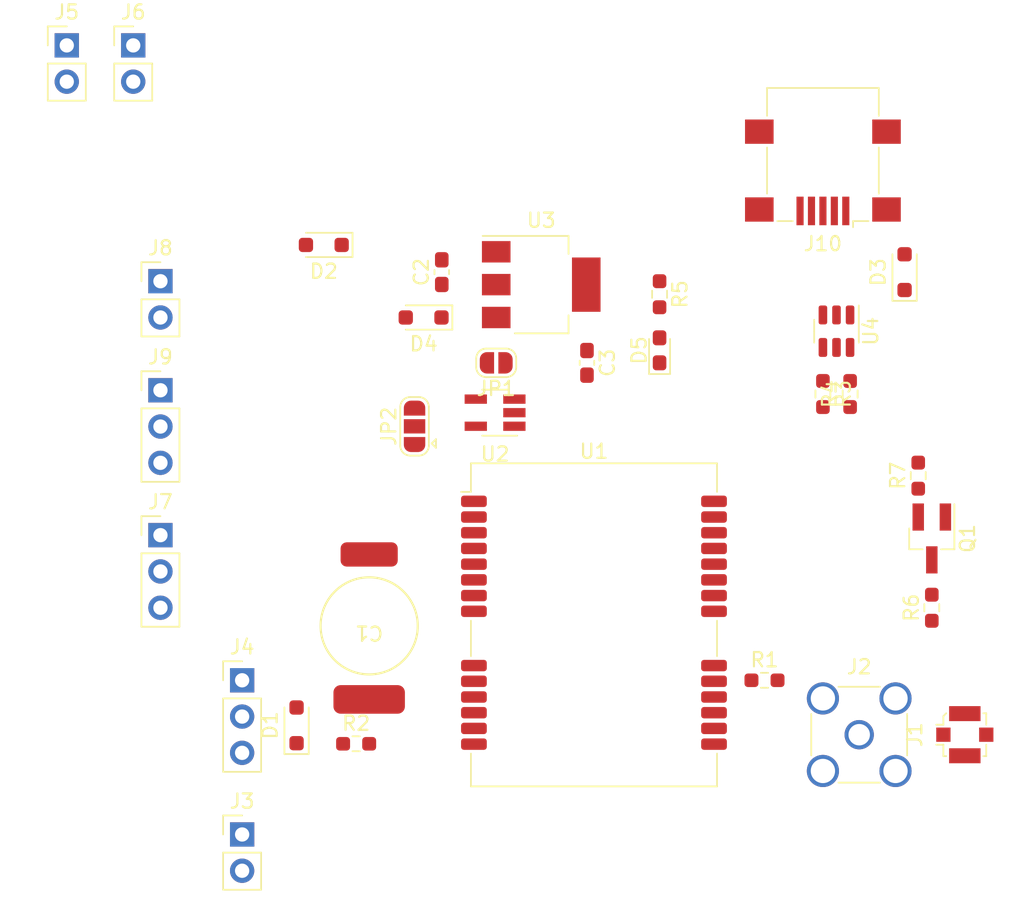
<source format=kicad_pcb>
(kicad_pcb (version 20221018) (generator pcbnew)
  (layers (0 "F.Cu" signal) (31 "B.Cu" signal) (34 "B.Paste" user) (35 "F.Paste" user) (36 "B.SilkS" user "B.Silkscreen") (37 "F.SilkS" user "F.Silkscreen") (38 "B.Mask" user) (39 "F.Mask" user) (44 "Edge.Cuts" user))
  (net 0 "")
  (net 1 "GND")
  (net 2 "+3.3V")
  (net 3 "+5V")
  (net 4 "Net-(D5-A)")
  (net 5 "Net-(J8-Pin_1)")
  (net 6 "Net-(J3-Pin_1)")
  (net 7 "Net-(D1-K)")
  (net 8 "Net-(J9-Pin_1)")
  (net 9 "Net-(J4-Pin_1)")
  (net 10 "Net-(J4-Pin_2)")
  (net 11 "Net-(J9-Pin_2)")
  (net 12 "Net-(J10-D-)")
  (net 13 "Net-(J10-D+)")
  (net 14 "Net-(J7-Pin_1)")
  (net 15 "Net-(J7-Pin_2)")
  (net 16 "VBUS")
  (net 18 "Net-(JP1-A)")
  (net 19 "Net-(JP2-C)")
  (net 20 "Net-(Q1-B)")
  (net 21 "VDDUSB")
  (net 22 "Net-(U1-V_ANT)")
  (net 23 "Net-(U1-VCC_RF)")
  (net 24 "USB_DP")
  (net 25 "USB_DM")
  (net 26 "Net-(R3-Pad1)")
  (net 31 "Net-(J1-In)")
  (net 37 "5V_IN")
  (net 38 "Net-(R4-Pad2)")
  (footprint "Connector_PinHeader_2.54mm:PinHeader_1x03_P2.54mm_Vertical" (layer "F.Cu") (at 86.995 115.57)
    (fp_text reference "J7" (at 0 -2.33) (layer "F.SilkS"))
    (fp_text value "Conn_01x03")
    (fp_line (start -1.33 -1.33) (end 0 -1.33) (stroke (width 0.12)) (layer "F.SilkS"))
    (fp_line (start -1.33 0) (end -1.33 -1.33) (stroke (width 0.12)) (layer "F.SilkS"))
    (fp_line (start -1.33 1.27) (end -1.33 6.41) (stroke (width 0.12)) (layer "F.SilkS"))
    (fp_line (start -1.33 1.27) (end 1.33 1.27) (stroke (width 0.12)) (layer "F.SilkS"))
    (fp_line (start -1.33 6.41) (end 1.33 6.41) (stroke (width 0.12)) (layer "F.SilkS"))
    (fp_line (start 1.33 1.27) (end 1.33 6.41) (stroke (width 0.12)) (layer "F.SilkS"))
    (pad "1" thru_hole rect (at 0 0) (size 1.7 1.7) (drill 1) (layers "*.Cu" "*.Mask") (net 14 "Net-(J7-Pin_1)"))
    (pad "2" thru_hole oval (at 0 2.54) (size 1.7 1.7) (drill 1) (layers "*.Cu" "*.Mask") (net 15 "Net-(J7-Pin_2)"))
    (pad "3" thru_hole oval (at 0 5.08) (size 1.7 1.7) (drill 1) (layers "*.Cu" "*.Mask") (net 1 "GND"))
  )
  (footprint "Connector_PinHeader_2.54mm:PinHeader_1x03_P2.54mm_Vertical" (layer "F.Cu") (at 86.995 105.425)
    (fp_text reference "J9" (at 0 -2.33) (layer "F.SilkS"))
    (fp_text value "Conn_01x03")
    (fp_line (start -1.33 -1.33) (end 0 -1.33) (stroke (width 0.12)) (layer "F.SilkS"))
    (fp_line (start -1.33 0) (end -1.33 -1.33) (stroke (width 0.12)) (layer "F.SilkS"))
    (fp_line (start -1.33 1.27) (end -1.33 6.41) (stroke (width 0.12)) (layer "F.SilkS"))
    (fp_line (start -1.33 1.27) (end 1.33 1.27) (stroke (width 0.12)) (layer "F.SilkS"))
    (fp_line (start -1.33 6.41) (end 1.33 6.41) (stroke (width 0.12)) (layer "F.SilkS"))
    (fp_line (start 1.33 1.27) (end 1.33 6.41) (stroke (width 0.12)) (layer "F.SilkS"))
    (pad "1" thru_hole rect (at 0 0) (size 1.7 1.7) (drill 1) (layers "*.Cu" "*.Mask") (net 8 "Net-(J9-Pin_1)"))
    (pad "2" thru_hole oval (at 0 2.54) (size 1.7 1.7) (drill 1) (layers "*.Cu" "*.Mask") (net 11 "Net-(J9-Pin_2)"))
    (pad "3" thru_hole oval (at 0 5.08) (size 1.7 1.7) (drill 1) (layers "*.Cu" "*.Mask") (net 1 "GND"))
  )
  (footprint "Package_TO_SOT_SMD:SOT-23_Handsoldering" (layer "F.Cu") (at 140.97 115.8 -90)
    (fp_text reference "Q1" (at 0 -2.5 90) (layer "F.SilkS"))
    (fp_text value "NPN")
    (fp_line (start 0.76 -1.58) (end -2.4 -1.58) (stroke (width 0.12)) (layer "F.SilkS"))
    (fp_line (start 0.76 -1.58) (end 0.76 -0.65) (stroke (width 0.12)) (layer "F.SilkS"))
    (fp_line (start 0.76 1.58) (end -0.7 1.58) (stroke (width 0.12)) (layer "F.SilkS"))
    (fp_line (start 0.76 1.58) (end 0.76 0.65) (stroke (width 0.12)) (layer "F.SilkS"))
    (pad "1" smd rect (at -1.5 -0.95 270) (size 1.9 0.8) (layers "F.Cu" "F.Paste" "F.Mask") (net 2 "+3.3V"))
    (pad "2" smd rect (at -1.5 0.95 270) (size 1.9 0.8) (layers "F.Cu" "F.Paste" "F.Mask") (net 20 "Net-(Q1-B)"))
    (pad "3" smd rect (at 1.5 0 270) (size 1.9 0.8) (layers "F.Cu" "F.Paste" "F.Mask") (net 21 "VDDUSB"))
  )
  (footprint "Jumper:SolderJumper-2_P1.3mm_Open_RoundedPad1.0x1.5mm" (layer "F.Cu") (at 110.49 103.505 180)
    (fp_text reference "JP1" (at 0 -1.8) (layer "F.SilkS"))
    (fp_text value "SolderJumper_2_Open")
    (fp_line (start -1.4 0.3) (end -1.4 -0.3) (stroke (width 0.12)) (layer "F.SilkS"))
    (fp_line (start -0.7 -1) (end 0.7 -1) (stroke (width 0.12)) (layer "F.SilkS"))
    (fp_line (start 0.7 1) (end -0.7 1) (stroke (width 0.12)) (layer "F.SilkS"))
    (fp_line (start 1.4 -0.3) (end 1.4 0.3) (stroke (width 0.12)) (layer "F.SilkS"))
    (fp_arc (start -1.4 -0.3) (mid -1.194975 -0.794975) (end -0.7 -1) (stroke (width 0.12)) (layer "F.SilkS"))
    (fp_arc (start -0.7 1) (mid -1.194975 0.794975) (end -1.4 0.3) (stroke (width 0.12)) (layer "F.SilkS"))
    (fp_arc (start 0.7 -1) (mid 1.194975 -0.794975) (end 1.4 -0.3) (stroke (width 0.12)) (layer "F.SilkS"))
    (fp_arc (start 1.4 0.3) (mid 1.194975 0.794975) (end 0.7 1) (stroke (width 0.12)) (layer "F.SilkS"))
    (pad "1" smd custom (at -0.65 0 180) (size 1 0.5) (layers "F.Cu" "F.Mask") (net 18 "Net-(JP1-A)") (options (clearance outline) (anchor rect)) (primitives (gr_circle (center 0 0.25) (end 0.5 0.25) (width 0) (fill yes)) (gr_circle (center 0 -0.25) (end 0.5 -0.25) (width 0) (fill yes)) (gr_poly (pts (xy 0.5 0.75) (xy 0 0.75) (xy 0 -0.75) (xy 0.5 -0.75)) (width 0) (fill yes))))
    (pad "2" smd custom (at 0.65 0 180) (size 1 0.5) (layers "F.Cu" "F.Mask") (net 5 "Net-(J8-Pin_1)") (options (clearance outline) (anchor rect)) (primitives (gr_circle (center 0 0.25) (end 0.5 0.25) (width 0) (fill yes)) (gr_circle (center 0 -0.25) (end 0.5 -0.25) (width 0) (fill yes)) (gr_poly (pts (xy 0 0.75) (xy -0.5 0.75) (xy -0.5 -0.75) (xy 0 -0.75)) (width 0) (fill yes))))
  )
  (footprint "Package_TO_SOT_SMD:SOT-23-5_HandSoldering" (layer "F.Cu") (at 110.41 106.995 180)
    (fp_text reference "U2" (at 0 -2.9) (layer "F.SilkS"))
    (fp_text value "74LVC1G17")
    (fp_line (start -0.9 1.61) (end 0.9 1.61) (stroke (width 0.12)) (layer "F.SilkS"))
    (fp_line (start 0.9 -1.61) (end -1.55 -1.61) (stroke (width 0.12)) (layer "F.SilkS"))
    (pad "1" smd rect (at -1.35 -0.95 180) (size 1.56 0.65) (layers "F.Cu" "F.Paste" "F.Mask"))
    (pad "2" smd rect (at -1.35 0 180) (size 1.56 0.65) (layers "F.Cu" "F.Paste" "F.Mask") (net 18 "Net-(JP1-A)"))
    (pad "3" smd rect (at -1.35 0.95 180) (size 1.56 0.65) (layers "F.Cu" "F.Paste" "F.Mask") (net 1 "GND"))
    (pad "4" smd rect (at 1.35 0.95 180) (size 1.56 0.65) (layers "F.Cu" "F.Paste" "F.Mask") (net 5 "Net-(J8-Pin_1)"))
    (pad "5" smd rect (at 1.35 -0.95 180) (size 1.56 0.65) (layers "F.Cu" "F.Paste" "F.Mask") (net 19 "Net-(JP2-C)"))
  )
  (footprint "RF_GPS:ublox_LEA" (layer "F.Cu") (at 117.33 121.7)
    (fp_text reference "U1" (at 0 -12) (layer "F.SilkS"))
    (fp_text value "~")
    (fp_line (start -9.3 -9.16) (end -8.61 -9.16) (stroke (width 0.12)) (layer "F.SilkS"))
    (fp_line (start -8.61 -11.16) (end -8.61 -9.16) (stroke (width 0.12)) (layer "F.SilkS"))
    (fp_line (start -8.61 -11.16) (end 8.61 -11.16) (stroke (width 0.12)) (layer "F.SilkS"))
    (fp_line (start -8.61 -0.14) (end -8.61 2.34) (stroke (width 0.12)) (layer "F.SilkS"))
    (fp_line (start -8.61 9.16) (end -8.61 11.46) (stroke (width 0.12)) (layer "F.SilkS"))
    (fp_line (start -8.61 11.46) (end 8.61 11.46) (stroke (width 0.12)) (layer "F.SilkS"))
    (fp_line (start 8.61 -11.16) (end 8.61 -9.16) (stroke (width 0.12)) (layer "F.SilkS"))
    (fp_line (start 8.61 -0.14) (end 8.61 2.34) (stroke (width 0.12)) (layer "F.SilkS"))
    (fp_line (start 8.61 9.16) (end 8.61 11.46) (stroke (width 0.12)) (layer "F.SilkS"))
    (pad "1" smd roundrect (at -8.4 -8.5) (size 1.8 0.8) (layers "F.Cu" "F.Paste" "F.Mask") (net 8 "Net-(J9-Pin_1)"))
    (pad "2" smd roundrect (at -8.4 -7.4) (size 1.8 0.8) (layers "F.Cu" "F.Paste" "F.Mask") (net 11 "Net-(J9-Pin_2)"))
    (pad "3" smd roundrect (at -8.4 -6.3) (size 1.8 0.8) (layers "F.Cu" "F.Paste" "F.Mask") (net 14 "Net-(J7-Pin_1)"))
    (pad "4" smd roundrect (at -8.4 -5.2) (size 1.8 0.8) (layers "F.Cu" "F.Paste" "F.Mask") (net 15 "Net-(J7-Pin_2)"))
    (pad "5" smd roundrect (at -8.4 -4.1) (size 1.8 0.8) (layers "F.Cu" "F.Paste" "F.Mask"))
    (pad "6" smd roundrect (at -8.4 -3) (size 1.8 0.8) (layers "F.Cu" "F.Paste" "F.Mask") (net 2 "+3.3V"))
    (pad "7" smd roundrect (at -8.4 -1.9) (size 1.8 0.8) (layers "F.Cu" "F.Paste" "F.Mask") (net 1 "GND"))
    (pad "8" smd roundrect (at -8.4 -0.8) (size 1.8 0.8) (layers "F.Cu" "F.Paste" "F.Mask"))
    (pad "9" smd roundrect (at -8.4 3) (size 1.8 0.8) (layers "F.Cu" "F.Paste" "F.Mask"))
    (pad "10" smd roundrect (at -8.4 4.1) (size 1.8 0.8) (layers "F.Cu" "F.Paste" "F.Mask") (net 9 "Net-(J4-Pin_1)"))
    (pad "11" smd roundrect (at -8.4 5.2) (size 1.8 0.8) (layers "F.Cu" "F.Paste" "F.Mask") (net 6 "Net-(J3-Pin_1)"))
    (pad "12" smd roundrect (at -8.4 6.3) (size 1.8 0.8) (layers "F.Cu" "F.Paste" "F.Mask"))
    (pad "13" smd roundrect (at -8.4 7.4) (size 1.8 0.8) (layers "F.Cu" "F.Paste" "F.Mask") (net 1 "GND"))
    (pad "14" smd roundrect (at -8.4 8.5) (size 1.8 0.8) (layers "F.Cu" "F.Paste" "F.Mask") (net 1 "GND"))
    (pad "15" smd roundrect (at 8.4 8.5) (size 1.8 0.8) (layers "F.Cu" "F.Paste" "F.Mask") (net 1 "GND"))
    (pad "16" smd roundrect (at 8.4 7.4) (size 1.8 0.8) (layers "F.Cu" "F.Paste" "F.Mask") (net 31 "Net-(J1-In)"))
    (pad "17" smd roundrect (at 8.4 6.3) (size 1.8 0.8) (layers "F.Cu" "F.Paste" "F.Mask") (net 1 "GND"))
    (pad "18" smd roundrect (at 8.4 5.2) (size 1.8 0.8) (layers "F.Cu" "F.Paste" "F.Mask") (net 23 "Net-(U1-VCC_RF)"))
    (pad "19" smd roundrect (at 8.4 4.1) (size 1.8 0.8) (layers "F.Cu" "F.Paste" "F.Mask") (net 22 "Net-(U1-V_ANT)"))
    (pad "20" smd roundrect (at 8.4 3) (size 1.8 0.8) (layers "F.Cu" "F.Paste" "F.Mask"))
    (pad "21" smd roundrect (at 8.4 -0.8) (size 1.8 0.8) (layers "F.Cu" "F.Paste" "F.Mask"))
    (pad "22" smd roundrect (at 8.4 -1.9) (size 1.8 0.8) (layers "F.Cu" "F.Paste" "F.Mask"))
    (pad "23" smd roundrect (at 8.4 -3) (size 1.8 0.8) (layers "F.Cu" "F.Paste" "F.Mask"))
    (pad "24" smd roundrect (at 8.4 -4.1) (size 1.8 0.8) (layers "F.Cu" "F.Paste" "F.Mask") (net 21 "VDDUSB"))
    (pad "25" smd roundrect (at 8.4 -5.2) (size 1.8 0.8) (layers "F.Cu" "F.Paste" "F.Mask") (net 25 "USB_DM"))
    (pad "26" smd roundrect (at 8.4 -6.3) (size 1.8 0.8) (layers "F.Cu" "F.Paste" "F.Mask") (net 24 "USB_DP"))
    (pad "27" smd roundrect (at 8.4 -7.4) (size 1.8 0.8) (layers "F.Cu" "F.Paste" "F.Mask") (net 10 "Net-(J4-Pin_2)"))
    (pad "28" smd roundrect (at 8.4 -8.5) (size 1.8 0.8) (layers "F.Cu" "F.Paste" "F.Mask") (net 18 "Net-(JP1-A)"))
  )
  (footprint "Connector_PinHeader_2.54mm:PinHeader_1x03_P2.54mm_Vertical" (layer "F.Cu") (at 92.71 125.73)
    (fp_text reference "J4" (at 0 -2.33) (layer "F.SilkS"))
    (fp_text value "Conn_01x03")
    (fp_line (start -1.33 -1.33) (end 0 -1.33) (stroke (width 0.12)) (layer "F.SilkS"))
    (fp_line (start -1.33 0) (end -1.33 -1.33) (stroke (width 0.12)) (layer "F.SilkS"))
    (fp_line (start -1.33 1.27) (end -1.33 6.41) (stroke (width 0.12)) (layer "F.SilkS"))
    (fp_line (start -1.33 1.27) (end 1.33 1.27) (stroke (width 0.12)) (layer "F.SilkS"))
    (fp_line (start -1.33 6.41) (end 1.33 6.41) (stroke (width 0.12)) (layer "F.SilkS"))
    (fp_line (start 1.33 1.27) (end 1.33 6.41) (stroke (width 0.12)) (layer "F.SilkS"))
    (pad "1" thru_hole rect (at 0 0) (size 1.7 1.7) (drill 1) (layers "*.Cu" "*.Mask") (net 9 "Net-(J4-Pin_1)"))
    (pad "2" thru_hole oval (at 0 2.54) (size 1.7 1.7) (drill 1) (layers "*.Cu" "*.Mask") (net 10 "Net-(J4-Pin_2)"))
    (pad "3" thru_hole oval (at 0 5.08) (size 1.7 1.7) (drill 1) (layers "*.Cu" "*.Mask") (net 1 "GND"))
  )
  (footprint "Resistor_SMD:R_0603_1608Metric_Pad0.98x0.95mm_HandSolder" (layer "F.Cu") (at 140.97 120.65 90)
    (fp_text reference "R6" (at 0 -1.43 90) (layer "F.SilkS"))
    (fp_text value "10k")
    (fp_line (start -0.254724 -0.5225) (end 0.254724 -0.5225) (stroke (width 0.12)) (layer "F.SilkS"))
    (fp_line (start -0.254724 0.5225) (end 0.254724 0.5225) (stroke (width 0.12)) (layer "F.SilkS"))
    (pad "1" smd roundrect (at -0.9125 0 90) (size 0.975 0.95) (layers "F.Cu" "F.Paste" "F.Mask") (net 1 "GND"))
    (pad "2" smd roundrect (at 0.9125 0 90) (size 0.975 0.95) (layers "F.Cu" "F.Paste" "F.Mask") (net 21 "VDDUSB"))
  )
  (footprint "Resistor_SMD:R_0603_1608Metric_Pad0.98x0.95mm_HandSolder" (layer "F.Cu") (at 135.255 105.6875 90)
    (fp_text reference "R4" (at 0 -1.43 90) (layer "F.SilkS"))
    (fp_text value "22")
    (fp_line (start -0.254724 -0.5225) (end 0.254724 -0.5225) (stroke (width 0.12)) (layer "F.SilkS"))
    (fp_line (start -0.254724 0.5225) (end 0.254724 0.5225) (stroke (width 0.12)) (layer "F.SilkS"))
    (pad "1" smd roundrect (at -0.9125 0 90) (size 0.975 0.95) (layers "F.Cu" "F.Paste" "F.Mask") (net 25 "USB_DM"))
    (pad "2" smd roundrect (at 0.9125 0 90) (size 0.975 0.95) (layers "F.Cu" "F.Paste" "F.Mask") (net 38 "Net-(R4-Pad2)"))
  )
  (footprint "Connector_PinHeader_2.54mm:PinHeader_1x02_P2.54mm_Vertical" (layer "F.Cu") (at 85.09 81.28)
    (fp_text reference "J6" (at 0 -2.33) (layer "F.SilkS"))
    (fp_text value "Conn_01x02")
    (fp_line (start -1.33 -1.33) (end 0 -1.33) (stroke (width 0.12)) (layer "F.SilkS"))
    (fp_line (start -1.33 0) (end -1.33 -1.33) (stroke (width 0.12)) (layer "F.SilkS"))
    (fp_line (start -1.33 1.27) (end -1.33 3.87) (stroke (width 0.12)) (layer "F.SilkS"))
    (fp_line (start -1.33 1.27) (end 1.33 1.27) (stroke (width 0.12)) (layer "F.SilkS"))
    (fp_line (start -1.33 3.87) (end 1.33 3.87) (stroke (width 0.12)) (layer "F.SilkS"))
    (fp_line (start 1.33 1.27) (end 1.33 3.87) (stroke (width 0.12)) (layer "F.SilkS"))
    (pad "1" thru_hole rect (at 0 0) (size 1.7 1.7) (drill 1) (layers "*.Cu" "*.Mask") (net 2 "+3.3V"))
    (pad "2" thru_hole oval (at 0 2.54) (size 1.7 1.7) (drill 1) (layers "*.Cu" "*.Mask") (net 1 "GND"))
  )
  (footprint "Diode_SMD:D_SOD-323_HandSoldering" (layer "F.Cu") (at 96.52 128.885 90)
    (fp_text reference "D1" (at 0 -1.85 90) (layer "F.SilkS"))
    (fp_text value "BAT42W")
    (fp_line (start -2.01 -0.85) (end -2.01 0.85) (stroke (width 0.12)) (layer "F.SilkS"))
    (fp_line (start -2.01 -0.85) (end 1.25 -0.85) (stroke (width 0.12)) (layer "F.SilkS"))
    (fp_line (start -2.01 0.85) (end 1.25 0.85) (stroke (width 0.12)) (layer "F.SilkS"))
    (pad "1" smd roundrect (at -1.25 0 90) (size 1 1) (layers "F.Cu" "F.Paste" "F.Mask") (net 7 "Net-(D1-K)"))
    (pad "2" smd roundrect (at 1.25 0 90) (size 1 1) (layers "F.Cu" "F.Paste" "F.Mask") (net 2 "+3.3V"))
  )
  (footprint "Resistor_SMD:R_0603_1608Metric_Pad0.98x0.95mm_HandSolder" (layer "F.Cu") (at 129.2625 125.73)
    (fp_text reference "R1" (at 0 -1.43) (layer "F.SilkS"))
    (fp_text value "10")
    (fp_line (start -0.254724 -0.5225) (end 0.254724 -0.5225) (stroke (width 0.12)) (layer "F.SilkS"))
    (fp_line (start -0.254724 0.5225) (end 0.254724 0.5225) (stroke (width 0.12)) (layer "F.SilkS"))
    (pad "1" smd roundrect (at -0.9125 0) (size 0.975 0.95) (layers "F.Cu" "F.Paste" "F.Mask") (net 22 "Net-(U1-V_ANT)"))
    (pad "2" smd roundrect (at 0.9125 0) (size 0.975 0.95) (layers "F.Cu" "F.Paste" "F.Mask") (net 23 "Net-(U1-VCC_RF)"))
  )
  (footprint "Diode_SMD:D_SOD-323_HandSoldering" (layer "F.Cu") (at 139.065 97.155 90)
    (fp_text reference "D3" (at 0 -1.85 90) (layer "F.SilkS"))
    (fp_text value "BAT4W")
    (fp_line (start -2.01 -0.85) (end -2.01 0.85) (stroke (width 0.12)) (layer "F.SilkS"))
    (fp_line (start -2.01 -0.85) (end 1.25 -0.85) (stroke (width 0.12)) (layer "F.SilkS"))
    (fp_line (start -2.01 0.85) (end 1.25 0.85) (stroke (width 0.12)) (layer "F.SilkS"))
    (pad "1" smd roundrect (at -1.25 0 90) (size 1 1) (layers "F.Cu" "F.Paste" "F.Mask") (net 3 "+5V"))
    (pad "2" smd roundrect (at 1.25 0 90) (size 1 1) (layers "F.Cu" "F.Paste" "F.Mask") (net 16 "VBUS"))
  )
  (footprint "Connector_PinHeader_2.54mm:PinHeader_1x02_P2.54mm_Vertical" (layer "F.Cu") (at 86.995 97.79)
    (fp_text reference "J8" (at 0 -2.33) (layer "F.SilkS"))
    (fp_text value "Conn_01x02")
    (fp_line (start -1.33 -1.33) (end 0 -1.33) (stroke (width 0.12)) (layer "F.SilkS"))
    (fp_line (start -1.33 0) (end -1.33 -1.33) (stroke (width 0.12)) (layer "F.SilkS"))
    (fp_line (start -1.33 1.27) (end -1.33 3.87) (stroke (width 0.12)) (layer "F.SilkS"))
    (fp_line (start -1.33 1.27) (end 1.33 1.27) (stroke (width 0.12)) (layer "F.SilkS"))
    (fp_line (start -1.33 3.87) (end 1.33 3.87) (stroke (width 0.12)) (layer "F.SilkS"))
    (fp_line (start 1.33 1.27) (end 1.33 3.87) (stroke (width 0.12)) (layer "F.SilkS"))
    (pad "1" thru_hole rect (at 0 0) (size 1.7 1.7) (drill 1) (layers "*.Cu" "*.Mask") (net 5 "Net-(J8-Pin_1)"))
    (pad "2" thru_hole oval (at 0 2.54) (size 1.7 1.7) (drill 1) (layers "*.Cu" "*.Mask") (net 1 "GND"))
  )
  (footprint "DMS3R3224RF:DMS3R3224RF" (layer "F.Cu") (at 101.6 121.92 180)
    (fp_text reference "C1" (at 0 -0.5 180 unlocked) (layer "F.SilkS"))
    (fp_text value "0.22F")
    (fp_circle (center 0 0) (end 3.4 0) (stroke (width 0.15)) (fill none) (layer "F.SilkS"))
    (pad "1" smd roundrect (at 0 -5.15 180) (size 5 2) (layers "F.Cu" "F.Paste" "F.Mask") (net 6 "Net-(J3-Pin_1)"))
    (pad "2" smd roundrect (at 0 5 180) (size 4 1.7) (layers "F.Cu" "F.Paste" "F.Mask") (net 1 "GND"))
  )
  (footprint "Resistor_SMD:R_0603_1608Metric_Pad0.98x0.95mm_HandSolder" (layer "F.Cu") (at 140.02 111.4025 90)
    (fp_text reference "R7" (at 0 -1.43 90) (layer "F.SilkS"))
    (fp_text value "4.7k")
    (fp_line (start -0.254724 -0.5225) (end 0.254724 -0.5225) (stroke (width 0.12)) (layer "F.SilkS"))
    (fp_line (start -0.254724 0.5225) (end 0.254724 0.5225) (stroke (width 0.12)) (layer "F.SilkS"))
    (pad "1" smd roundrect (at -0.9125 0 90) (size 0.975 0.95) (layers "F.Cu" "F.Paste" "F.Mask") (net 20 "Net-(Q1-B)"))
    (pad "2" smd roundrect (at 0.9125 0 90) (size 0.975 0.95) (layers "F.Cu" "F.Paste" "F.Mask") (net 16 "VBUS"))
  )
  (footprint "Connector_Coaxial:U.FL_Molex_MCRF_73412-0110_Vertical" (layer "F.Cu") (at 143.28 129.54 -90)
    (fp_text reference "J1" (at 0 3.5 -270) (layer "F.SilkS"))
    (fp_text value "U.FL")
    (fp_line (start -1.5 -1.5) (end -0.7 -1.5) (stroke (width 0.12)) (layer "F.SilkS"))
    (fp_line (start -1.5 -1.3) (end -1.5 -1.5) (stroke (width 0.12)) (layer "F.SilkS"))
    (fp_line (start -1.3 1.5) (end -1.5 1.3) (stroke (width 0.12)) (layer "F.SilkS"))
    (fp_line (start -0.7 1.5) (end -1.3 1.5) (stroke (width 0.12)) (layer "F.SilkS"))
    (fp_line (start -0.7 1.5) (end -0.7 2) (stroke (width 0.12)) (layer "F.SilkS"))
    (fp_line (start 0.7 -1.5) (end 1.5 -1.5) (stroke (width 0.12)) (layer "F.SilkS"))
    (fp_line (start 0.7 1.5) (end 0.7 2) (stroke (width 0.12)) (layer "F.SilkS"))
    (fp_line (start 1.5 -1.5) (end 1.5 -1.3) (stroke (width 0.12)) (layer "F.SilkS"))
    (fp_line (start 1.5 1.3) (end 1.5 1.5) (stroke (width 0.12)) (layer "F.SilkS"))
    (fp_line (start 1.5 1.5) (end 0.7 1.5) (stroke (width 0.12)) (layer "F.SilkS"))
    (pad "1" smd rect (at 0 1.5 270) (size 1 1) (layers "F.Cu" "F.Paste" "F.Mask") (net 31 "Net-(J1-In)"))
    (pad "2" smd rect (at -1.475 0 270) (size 1.05 2.2) (layers "F.Cu" "F.Paste" "F.Mask") (net 1 "GND"))
    (pad "2" smd rect (at 0 -1.5 270) (size 1 1) (layers "F.Cu" "F.Paste" "F.Mask") (net 1 "GND"))
    (pad "2" smd rect (at 1.475 0 270) (size 1.05 2.2) (layers "F.Cu" "F.Paste" "F.Mask") (net 1 "GND"))
  )
  (footprint "Connector_PinHeader_2.54mm:PinHeader_1x02_P2.54mm_Vertical" (layer "F.Cu") (at 92.71 136.525)
    (fp_text reference "J3" (at 0 -2.33) (layer "F.SilkS"))
    (fp_text value "Conn_01x02")
    (fp_line (start -1.33 -1.33) (end 0 -1.33) (stroke (width 0.12)) (layer "F.SilkS"))
    (fp_line (start -1.33 0) (end -1.33 -1.33) (stroke (width 0.12)) (layer "F.SilkS"))
    (fp_line (start -1.33 1.27) (end -1.33 3.87) (stroke (width 0.12)) (layer "F.SilkS"))
    (fp_line (start -1.33 1.27) (end 1.33 1.27) (stroke (width 0.12)) (layer "F.SilkS"))
    (fp_line (start -1.33 3.87) (end 1.33 3.87) (stroke (width 0.12)) (layer "F.SilkS"))
    (fp_line (start 1.33 1.27) (end 1.33 3.87) (stroke (width 0.12)) (layer "F.SilkS"))
    (pad "1" thru_hole rect (at 0 0) (size 1.7 1.7) (drill 1) (layers "*.Cu" "*.Mask") (net 6 "Net-(J3-Pin_1)"))
    (pad "2" thru_hole oval (at 0 2.54) (size 1.7 1.7) (drill 1) (layers "*.Cu" "*.Mask") (net 1 "GND"))
  )
  (footprint "Connector_Coaxial:SMA_Amphenol_901-144_Vertical" (layer "F.Cu") (at 135.89 129.54)
    (fp_text reference "J2" (at 0 -4.75) (layer "F.SilkS"))
    (fp_text value "SMA")
    (fp_line (start -3.355 -1.45) (end -3.355 1.45) (stroke (width 0.12)) (layer "F.SilkS"))
    (fp_line (start -1.45 -3.355) (end 1.45 -3.355) (stroke (width 0.12)) (layer "F.SilkS"))
    (fp_line (start -1.45 3.355) (end 1.45 3.355) (stroke (width 0.12)) (layer "F.SilkS"))
    (fp_line (start 3.355 -1.45) (end 3.355 1.45) (stroke (width 0.12)) (layer "F.SilkS"))
    (pad "1" thru_hole circle (at 0 0) (size 2.05 2.05) (drill 1.5) (layers "*.Cu" "*.Mask") (net 31 "Net-(J1-In)"))
    (pad "2" thru_hole circle (at -2.54 -2.54) (size 2.25 2.25) (drill 1.7) (layers "*.Cu" "*.Mask") (net 1 "GND"))
    (pad "2" thru_hole circle (at -2.54 2.54) (size 2.25 2.25) (drill 1.7) (layers "*.Cu" "*.Mask") (net 1 "GND"))
    (pad "2" thru_hole circle (at 2.54 -2.54) (size 2.25 2.25) (drill 1.7) (layers "*.Cu" "*.Mask") (net 1 "GND"))
    (pad "2" thru_hole circle (at 2.54 2.54) (size 2.25 2.25) (drill 1.7) (layers "*.Cu" "*.Mask") (net 1 "GND"))
  )
  (footprint "Package_TO_SOT_SMD:SOT-23-6" (layer "F.Cu") (at 134.3 101.29 -90)
    (fp_text reference "U4" (at 0 -2.4 90) (layer "F.SilkS"))
    (fp_text value "USBLC6-2SC6")
    (fp_line (start 0 -1.56) (end -1.8 -1.56) (stroke (width 0.12)) (layer "F.SilkS"))
    (fp_line (start 0 -1.56) (end 0.8 -1.56) (stroke (width 0.12)) (layer "F.SilkS"))
    (fp_line (start 0 1.56) (end -0.8 1.56) (stroke (width 0.12)) (layer "F.SilkS"))
    (fp_line (start 0 1.56) (end 0.8 1.56) (stroke (width 0.12)) (layer "F.SilkS"))
    (pad "1" smd roundrect (at -1.1375 -0.95 270) (size 1.325 0.6) (layers "F.Cu" "F.Paste" "F.Mask") (net 12 "Net-(J10-D-)"))
    (pad "2" smd roundrect (at -1.1375 0 270) (size 1.325 0.6) (layers "F.Cu" "F.Paste" "F.Mask") (net 1 "GND"))
    (pad "3" smd roundrect (at -1.1375 0.95 270) (size 1.325 0.6) (layers "F.Cu" "F.Paste" "F.Mask") (net 13 "Net-(J10-D+)"))
    (pad "4" smd roundrect (at 1.1375 0.95 270) (size 1.325 0.6) (layers "F.Cu" "F.Paste" "F.Mask") (net 26 "Net-(R3-Pad1)"))
    (pad "5" smd roundrect (at 1.1375 0 270) (size 1.325 0.6) (layers "F.Cu" "F.Paste" "F.Mask") (net 2 "+3.3V"))
    (pad "6" smd roundrect (at 1.1375 -0.95 270) (size 1.325 0.6) (layers "F.Cu" "F.Paste" "F.Mask") (net 38 "Net-(R4-Pad2)"))
  )
  (footprint "Resistor_SMD:R_0603_1608Metric_Pad0.98x0.95mm_HandSolder" (layer "F.Cu") (at 121.92 98.7025 -90)
    (fp_text reference "R5" (at 0 -1.43 90) (layer "F.SilkS"))
    (fp_text value "1k")
    (fp_line (start -0.254724 -0.5225) (end 0.254724 -0.5225) (stroke (width 0.12)) (layer "F.SilkS"))
    (fp_line (start -0.254724 0.5225) (end 0.254724 0.5225) (stroke (width 0.12)) (layer "F.SilkS"))
    (pad "1" smd roundrect (at -0.9125 0 270) (size 0.975 0.95) (layers "F.Cu" "F.Paste" "F.Mask") (net 2 "+3.3V"))
    (pad "2" smd roundrect (at 0.9125 0 270) (size 0.975 0.95) (layers "F.Cu" "F.Paste" "F.Mask") (net 4 "Net-(D5-A)"))
  )
  (footprint "Package_TO_SOT_SMD:SOT-223-3_TabPin2" (layer "F.Cu") (at 113.64 98.03)
    (fp_text reference "U3" (at 0 -4.5) (layer "F.SilkS"))
    (fp_text value "LM1117MP-3.3")
    (fp_line (start -4.1 -3.41) (end 1.91 -3.41) (stroke (width 0.12)) (layer "F.SilkS"))
    (fp_line (start -1.85 3.41) (end 1.91 3.41) (stroke (width 0.12)) (layer "F.SilkS"))
    (fp_line (start 1.91 -3.41) (end 1.91 -2.15) (stroke (width 0.12)) (layer "F.SilkS"))
    (fp_line (start 1.91 3.41) (end 1.91 2.15) (stroke (width 0.12)) (layer "F.SilkS"))
    (pad "1" smd rect (at -3.15 -2.3) (size 2 1.5) (layers "F.Cu" "F.Paste" "F.Mask") (net 1 "GND"))
    (pad "2" smd rect (at -3.15 0) (size 2 1.5) (layers "F.Cu" "F.Paste" "F.Mask") (net 2 "+3.3V"))
    (pad "2" smd rect (at 3.15 0) (size 2 3.8) (layers "F.Cu" "F.Paste" "F.Mask") (net 2 "+3.3V"))
    (pad "3" smd rect (at -3.15 2.3) (size 2 1.5) (layers "F.Cu" "F.Paste" "F.Mask") (net 3 "+5V"))
  )
  (footprint "Connector_USB:USB_Mini-B_Lumberg_2486_01_Horizontal" (layer "F.Cu") (at 133.35 90.17 180)
    (fp_text reference "J10" (at 0 -5) (layer "F.SilkS"))
    (fp_text value "USB_B_Mini")
    (fp_line (start -3.91 1.74) (end -3.91 -1.49) (stroke (width 0.12)) (layer "F.SilkS"))
    (fp_line (start -3.91 5.91) (end -3.91 3.96) (stroke (width 0.12)) (layer "F.SilkS"))
    (fp_line (start -3.19 -3.41) (end -2.11 -3.41) (stroke (width 0.12)) (layer "F.SilkS"))
    (fp_line (start -2.11 -3.41) (end -2.11 -3.84) (stroke (width 0.12)) (layer "F.SilkS"))
    (fp_line (start 2.11 -3.41) (end 3.19 -3.41) (stroke (width 0.12)) (layer "F.SilkS"))
    (fp_line (start 3.91 1.74) (end 3.91 -1.49) (stroke (width 0.12)) (layer "F.SilkS"))
    (fp_line (start 3.91 5.91) (end -3.91 5.91) (stroke (width 0.12)) (layer "F.SilkS"))
    (fp_line (start 3.91 5.91) (end 3.91 3.96) (stroke (width 0.12)) (layer "F.SilkS"))
    (pad "" np_thru_hole circle (at -2.2 0 180) (size 1 1) (drill 1) (layers "*.Cu" "*.Mask"))
    (pad "" np_thru_hole circle (at 2.2 0 180) (size 1 1) (drill 1) (layers "*.Cu" "*.Mask"))
    (pad "1" smd rect (at -1.6 -2.7 180) (size 0.5 2) (layers "F.Cu" "F.Paste" "F.Mask") (net 16 "VBUS"))
    (pad "2" smd rect (at -0.8 -2.7 180) (size 0.5 2) (layers "F.Cu" "F.Paste" "F.Mask") (net 12 "Net-(J10-D-)"))
    (pad "3" smd rect (at 0 -2.7 180) (size 0.5 2) (layers "F.Cu" "F.Paste" "F.Mask") (net 13 "Net-(J10-D+)"))
    (pad "4" smd rect (at 0.8 -2.7 180) (size 0.5 2) (layers "F.Cu" "F.Paste" "F.Mask"))
    (pad "5" smd rect (at 1.6 -2.7 180) (size 0.5 2) (layers "F.Cu" "F.Paste" "F.Mask") (net 1 "GND"))
    (pad "6" smd rect (at -4.45 -2.6 180) (size 2 1.7) (layers "F.Cu" "F.Paste" "F.Mask") (net 1 "GND"))
    (pad "6" smd rect (at -4.45 2.85 180) (size 2 1.7) (layers "F.Cu" "F.Paste" "F.Mask") (net 1 "GND"))
    (pad "6" smd rect (at 4.45 -2.6 180) (size 2 1.7) (layers "F.Cu" "F.Paste" "F.Mask") (net 1 "GND"))
    (pad "6" smd rect (at 4.45 2.85 180) (size 2 1.7) (layers "F.Cu" "F.Paste" "F.Mask") (net 1 "GND"))
  )
  (footprint "Capacitor_SMD:C_0603_1608Metric_Pad1.08x0.95mm_HandSolder" (layer "F.Cu") (at 116.84 103.505 -90)
    (fp_text reference "C3" (at 0 -1.43 90) (layer "F.SilkS"))
    (fp_text value "100nF")
    (fp_line (start -0.146267 -0.51) (end 0.146267 -0.51) (stroke (width 0.12)) (layer "F.SilkS"))
    (fp_line (start -0.146267 0.51) (end 0.146267 0.51) (stroke (width 0.12)) (layer "F.SilkS"))
    (pad "1" smd roundrect (at -0.8625 0 270) (size 1.075 0.95) (layers "F.Cu" "F.Paste" "F.Mask") (net 2 "+3.3V"))
    (pad "2" smd roundrect (at 0.8625 0 270) (size 1.075 0.95) (layers "F.Cu" "F.Paste" "F.Mask") (net 1 "GND"))
  )
  (footprint "Diode_SMD:D_SOD-323_HandSoldering" (layer "F.Cu") (at 98.425 95.25 180)
    (fp_text reference "D2" (at 0 -1.85) (layer "F.SilkS"))
    (fp_text value "BAT42W")
    (fp_line (start -2.01 -0.85) (end -2.01 0.85) (stroke (width 0.12)) (layer "F.SilkS"))
    (fp_line (start -2.01 -0.85) (end 1.25 -0.85) (stroke (width 0.12)) (layer "F.SilkS"))
    (fp_line (start -2.01 0.85) (end 1.25 0.85) (stroke (width 0.12)) (layer "F.SilkS"))
    (pad "1" smd roundrect (at -1.25 0 180) (size 1 1) (layers "F.Cu" "F.Paste" "F.Mask") (net 3 "+5V"))
    (pad "2" smd roundrect (at 1.25 0 180) (size 1 1) (layers "F.Cu" "F.Paste" "F.Mask") (net 37 "5V_IN"))
  )
  (footprint "LED_SMD:LED_0603_1608Metric_Pad1.05x0.95mm_HandSolder" (layer "F.Cu") (at 121.92 102.63 90)
    (fp_text reference "D5" (at 0 -1.43 90) (layer "F.SilkS"))
    (fp_text value "LED")
    (fp_line (start -1.66 -0.735) (end -1.66 0.735) (stroke (width 0.12)) (layer "F.SilkS"))
    (fp_line (start -1.66 0.735) (end 0.8 0.735) (stroke (width 0.12)) (layer "F.SilkS"))
    (fp_line (start 0.8 -0.735) (end -1.66 -0.735) (stroke (width 0.12)) (layer "F.SilkS"))
    (pad "1" smd roundrect (at -0.875 0 90) (size 1.05 0.95) (layers "F.Cu" "F.Paste" "F.Mask") (net 1 "GND"))
    (pad "2" smd roundrect (at 0.875 0 90) (size 1.05 0.95) (layers "F.Cu" "F.Paste" "F.Mask") (net 4 "Net-(D5-A)"))
  )
  (footprint "Jumper:SolderJumper-3_P1.3mm_Open_RoundedPad1.0x1.5mm" (layer "F.Cu") (at 104.775 107.95 90)
    (fp_text reference "JP2" (at 0 -1.8 90) (layer "F.SilkS"))
    (fp_text value "SolderJumper_3_Open")
    (fp_line (start -2.05 0.3) (end -2.05 -0.3) (stroke (width 0.12)) (layer "F.SilkS"))
    (fp_line (start -1.5 1.5) (end -0.9 1.5) (stroke (width 0.12)) (layer "F.SilkS"))
    (fp_line (start -1.4 -1) (end 1.4 -1) (stroke (width 0.12)) (layer "F.SilkS"))
    (fp_line (start -1.2 1.2) (end -1.5 1.5) (stroke (width 0.12)) (layer "F.SilkS"))
    (fp_line (start -1.2 1.2) (end -0.9 1.5) (stroke (width 0.12)) (layer "F.SilkS"))
    (fp_line (start 1.4 1) (end -1.4 1) (stroke (width 0.12)) (layer "F.SilkS"))
    (fp_line (start 2.05 -0.3) (end 2.05 0.3) (stroke (width 0.12)) (layer "F.SilkS"))
    (fp_arc (start -2.05 -0.3) (mid -1.844975 -0.794975) (end -1.35 -1) (stroke (width 0.12)) (layer "F.SilkS"))
    (fp_arc (start -1.35 1) (mid -1.844975 0.794975) (end -2.05 0.3) (stroke (width 0.12)) (layer "F.SilkS"))
    (fp_arc (start 1.35 -1) (mid 1.844975 -0.794975) (end 2.05 -0.3) (stroke (width 0.12)) (layer "F.SilkS"))
    (fp_arc (start 2.05 0.3) (mid 1.844975 0.794975) (end 1.35 1) (stroke (width 0.12)) (layer "F.SilkS"))
    (pad "1" smd custom (at -1.3 0 90) (size 1 0.5) (layers "F.Cu" "F.Mask") (net 3 "+5V") (options (clearance outline) (anchor rect)) (primitives (gr_circle (center 0 0.25) (end 0.5 0.25) (width 0) (fill yes)) (gr_circle (center 0 -0.25) (end 0.5 -0.25) (width 0) (fill yes)) (gr_poly (pts (xy 0.55 0.75) (xy 0 0.75) (xy 0 -0.75) (xy 0.55 -0.75)) (width 0) (fill yes))))
    (pad "2" smd rect (at 0 0 90) (size 1 1.5) (layers "F.Cu" "F.Mask") (net 19 "Net-(JP2-C)"))
    (pad "3" smd custom (at 1.3 0 90) (size 1 0.5) (layers "F.Cu" "F.Mask") (net 2 "+3.3V") (options (clearance outline) (anchor rect)) (primitives (gr_circle (center 0 0.25) (end 0.5 0.25) (width 0) (fill yes)) (gr_circle (center 0 -0.25) (end 0.5 -0.25) (width 0) (fill yes)) (gr_poly (pts (xy 0 0.75) (xy -0.55 0.75) (xy -0.55 -0.75) (xy 0 -0.75)) (width 0) (fill yes))))
  )
  (footprint "Diode_SMD:D_SOD-323_HandSoldering" (layer "F.Cu") (at 105.41 100.33 180)
    (fp_text reference "D4" (at 0 -1.85) (layer "F.SilkS"))
    (fp_text value "5.1v")
    (fp_line (start -2.01 -0.85) (end -2.01 0.85) (stroke (width 0.12)) (layer "F.SilkS"))
    (fp_line (start -2.01 -0.85) (end 1.25 -0.85) (stroke (width 0.12)) (layer "F.SilkS"))
    (fp_line (start -2.01 0.85) (end 1.25 0.85) (stroke (width 0.12)) (layer "F.SilkS"))
    (pad "1" smd roundrect (at -1.25 0 180) (size 1 1) (layers "F.Cu" "F.Paste" "F.Mask") (net 3 "+5V"))
    (pad "2" smd roundrect (at 1.25 0 180) (size 1 1) (layers "F.Cu" "F.Paste" "F.Mask") (net 1 "GND"))
  )
  (footprint "Resistor_SMD:R_0603_1608Metric_Pad0.98x0.95mm_HandSolder" (layer "F.Cu") (at 100.6875 130.175)
    (fp_text reference "R2" (at 0 -1.43) (layer "F.SilkS"))
    (fp_text value "100")
    (fp_line (start -0.254724 -0.5225) (end 0.254724 -0.5225) (stroke (width 0.12)) (layer "F.SilkS"))
    (fp_line (start -0.254724 0.5225) (end 0.254724 0.5225) (stroke (width 0.12)) (layer "F.SilkS"))
    (pad "1" smd roundrect (at -0.9125 0) (size 0.975 0.95) (layers "F.Cu" "F.Paste" "F.Mask") (net 7 "Net-(D1-K)"))
    (pad "2" smd roundrect (at 0.9125 0) (size 0.975 0.95) (layers "F.Cu" "F.Paste" "F.Mask") (net 6 "Net-(J3-Pin_1)"))
  )
  (footprint "Resistor_SMD:R_0603_1608Metric_Pad0.98x0.95mm_HandSolder" (layer "F.Cu") (at 133.35 105.6875 -90)
    (fp_text reference "R3" (at 0 -1.43 90) (layer "F.SilkS"))
    (fp_text value "22")
    (fp_line (start -0.254724 -0.5225) (end 0.254724 -0.5225) (stroke (width 0.12)) (layer "F.SilkS"))
    (fp_line (start -0.254724 0.5225) (end 0.254724 0.5225) (stroke (width 0.12)) (layer "F.SilkS"))
    (pad "1" smd roundrect (at -0.9125 0 270) (size 0.975 0.95) (layers "F.Cu" "F.Paste" "F.Mask") (net 26 "Net-(R3-Pad1)"))
    (pad "2" smd roundrect (at 0.9125 0 270) (size 0.975 0.95) (layers "F.Cu" "F.Paste" "F.Mask") (net 24 "USB_DP"))
  )
  (footprint "Connector_PinHeader_2.54mm:PinHeader_1x02_P2.54mm_Vertical" (layer "F.Cu") (at 80.44 81.28)
    (fp_text reference "J5" (at 0 -2.33) (layer "F.SilkS"))
    (fp_text value "Conn_01x02")
    (fp_line (start -1.33 -1.33) (end 0 -1.33) (stroke (width 0.12)) (layer "F.SilkS"))
    (fp_line (start -1.33 0) (end -1.33 -1.33) (stroke (width 0.12)) (layer "F.SilkS"))
    (fp_line (start -1.33 1.27) (end -1.33 3.87) (stroke (width 0.12)) (layer "F.SilkS"))
    (fp_line (start -1.33 1.27) (end 1.33 1.27) (stroke (width 0.12)) (layer "F.SilkS"))
    (fp_line (start -1.33 3.87) (end 1.33 3.87) (stroke (width 0.12)) (layer "F.SilkS"))
    (fp_line (start 1.33 1.27) (end 1.33 3.87) (stroke (width 0.12)) (layer "F.SilkS"))
    (pad "1" thru_hole rect (at 0 0) (size 1.7 1.7) (drill 1) (layers "*.Cu" "*.Mask") (net 37 "5V_IN"))
    (pad "2" thru_hole oval (at 0 2.54) (size 1.7 1.7) (drill 1) (layers "*.Cu" "*.Mask") (net 1 "GND"))
  )
  (footprint "Capacitor_SMD:C_0603_1608Metric_Pad1.08x0.95mm_HandSolder" (layer "F.Cu") (at 106.68 97.155 90)
    (fp_text reference "C2" (at 0 -1.43 90) (layer "F.SilkS"))
    (fp_text value "100nF")
    (fp_line (start -0.146267 -0.51) (end 0.146267 -0.51) (stroke (width 0.12)) (layer "F.SilkS"))
    (fp_line (start -0.146267 0.51) (end 0.146267 0.51) (stroke (width 0.12)) (layer "F.SilkS"))
    (pad "1" smd roundrect (at -0.8625 0 90) (size 1.075 0.95) (layers "F.Cu" "F.Paste" "F.Mask") (net 3 "+5V"))
    (pad "2" smd roundrect (at 0.8625 0 90) (size 1.075 0.95) (layers "F.Cu" "F.Paste" "F.Mask") (net 1 "GND"))
  )
)
</source>
